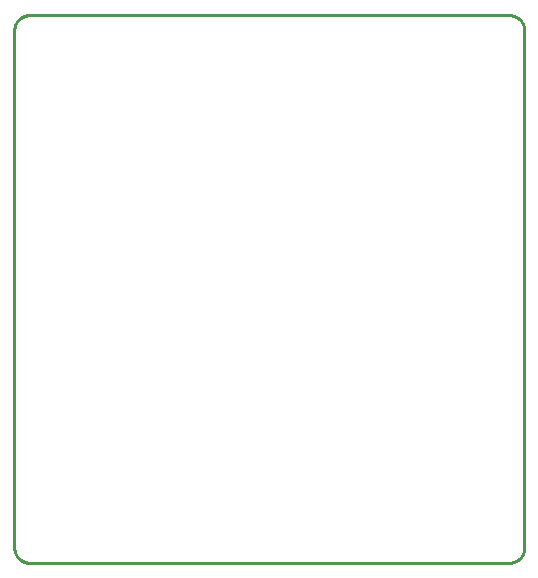
<source format=gbp>
G75*
%MOIN*%
%OFA0B0*%
%FSLAX25Y25*%
%IPPOS*%
%LPD*%
%AMOC8*
5,1,8,0,0,1.08239X$1,22.5*
%
%ADD10C,0.01000*%
D10*
X0008238Y0006500D02*
X0008238Y0179000D01*
X0008240Y0179140D01*
X0008246Y0179280D01*
X0008256Y0179420D01*
X0008269Y0179560D01*
X0008287Y0179699D01*
X0008309Y0179838D01*
X0008334Y0179975D01*
X0008363Y0180113D01*
X0008396Y0180249D01*
X0008433Y0180384D01*
X0008474Y0180518D01*
X0008519Y0180651D01*
X0008567Y0180783D01*
X0008619Y0180913D01*
X0008674Y0181042D01*
X0008733Y0181169D01*
X0008796Y0181295D01*
X0008862Y0181419D01*
X0008931Y0181540D01*
X0009004Y0181660D01*
X0009081Y0181778D01*
X0009160Y0181893D01*
X0009243Y0182007D01*
X0009329Y0182117D01*
X0009418Y0182226D01*
X0009510Y0182332D01*
X0009605Y0182435D01*
X0009702Y0182536D01*
X0009803Y0182633D01*
X0009906Y0182728D01*
X0010012Y0182820D01*
X0010121Y0182909D01*
X0010231Y0182995D01*
X0010345Y0183078D01*
X0010460Y0183157D01*
X0010578Y0183234D01*
X0010698Y0183307D01*
X0010819Y0183376D01*
X0010943Y0183442D01*
X0011069Y0183505D01*
X0011196Y0183564D01*
X0011325Y0183619D01*
X0011455Y0183671D01*
X0011587Y0183719D01*
X0011720Y0183764D01*
X0011854Y0183805D01*
X0011989Y0183842D01*
X0012125Y0183875D01*
X0012263Y0183904D01*
X0012400Y0183929D01*
X0012539Y0183951D01*
X0012678Y0183969D01*
X0012818Y0183982D01*
X0012958Y0183992D01*
X0013098Y0183998D01*
X0013238Y0184000D01*
X0173238Y0184000D01*
X0173378Y0183998D01*
X0173518Y0183992D01*
X0173658Y0183982D01*
X0173798Y0183969D01*
X0173937Y0183951D01*
X0174076Y0183929D01*
X0174213Y0183904D01*
X0174351Y0183875D01*
X0174487Y0183842D01*
X0174622Y0183805D01*
X0174756Y0183764D01*
X0174889Y0183719D01*
X0175021Y0183671D01*
X0175151Y0183619D01*
X0175280Y0183564D01*
X0175407Y0183505D01*
X0175533Y0183442D01*
X0175657Y0183376D01*
X0175778Y0183307D01*
X0175898Y0183234D01*
X0176016Y0183157D01*
X0176131Y0183078D01*
X0176245Y0182995D01*
X0176355Y0182909D01*
X0176464Y0182820D01*
X0176570Y0182728D01*
X0176673Y0182633D01*
X0176774Y0182536D01*
X0176871Y0182435D01*
X0176966Y0182332D01*
X0177058Y0182226D01*
X0177147Y0182117D01*
X0177233Y0182007D01*
X0177316Y0181893D01*
X0177395Y0181778D01*
X0177472Y0181660D01*
X0177545Y0181540D01*
X0177614Y0181419D01*
X0177680Y0181295D01*
X0177743Y0181169D01*
X0177802Y0181042D01*
X0177857Y0180913D01*
X0177909Y0180783D01*
X0177957Y0180651D01*
X0178002Y0180518D01*
X0178043Y0180384D01*
X0178080Y0180249D01*
X0178113Y0180113D01*
X0178142Y0179975D01*
X0178167Y0179838D01*
X0178189Y0179699D01*
X0178207Y0179560D01*
X0178220Y0179420D01*
X0178230Y0179280D01*
X0178236Y0179140D01*
X0178238Y0179000D01*
X0178238Y0006500D01*
X0178236Y0006360D01*
X0178230Y0006220D01*
X0178220Y0006080D01*
X0178207Y0005940D01*
X0178189Y0005801D01*
X0178167Y0005662D01*
X0178142Y0005525D01*
X0178113Y0005387D01*
X0178080Y0005251D01*
X0178043Y0005116D01*
X0178002Y0004982D01*
X0177957Y0004849D01*
X0177909Y0004717D01*
X0177857Y0004587D01*
X0177802Y0004458D01*
X0177743Y0004331D01*
X0177680Y0004205D01*
X0177614Y0004081D01*
X0177545Y0003960D01*
X0177472Y0003840D01*
X0177395Y0003722D01*
X0177316Y0003607D01*
X0177233Y0003493D01*
X0177147Y0003383D01*
X0177058Y0003274D01*
X0176966Y0003168D01*
X0176871Y0003065D01*
X0176774Y0002964D01*
X0176673Y0002867D01*
X0176570Y0002772D01*
X0176464Y0002680D01*
X0176355Y0002591D01*
X0176245Y0002505D01*
X0176131Y0002422D01*
X0176016Y0002343D01*
X0175898Y0002266D01*
X0175778Y0002193D01*
X0175657Y0002124D01*
X0175533Y0002058D01*
X0175407Y0001995D01*
X0175280Y0001936D01*
X0175151Y0001881D01*
X0175021Y0001829D01*
X0174889Y0001781D01*
X0174756Y0001736D01*
X0174622Y0001695D01*
X0174487Y0001658D01*
X0174351Y0001625D01*
X0174213Y0001596D01*
X0174076Y0001571D01*
X0173937Y0001549D01*
X0173798Y0001531D01*
X0173658Y0001518D01*
X0173518Y0001508D01*
X0173378Y0001502D01*
X0173238Y0001500D01*
X0013238Y0001500D01*
X0013098Y0001502D01*
X0012958Y0001508D01*
X0012818Y0001518D01*
X0012678Y0001531D01*
X0012539Y0001549D01*
X0012400Y0001571D01*
X0012263Y0001596D01*
X0012125Y0001625D01*
X0011989Y0001658D01*
X0011854Y0001695D01*
X0011720Y0001736D01*
X0011587Y0001781D01*
X0011455Y0001829D01*
X0011325Y0001881D01*
X0011196Y0001936D01*
X0011069Y0001995D01*
X0010943Y0002058D01*
X0010819Y0002124D01*
X0010698Y0002193D01*
X0010578Y0002266D01*
X0010460Y0002343D01*
X0010345Y0002422D01*
X0010231Y0002505D01*
X0010121Y0002591D01*
X0010012Y0002680D01*
X0009906Y0002772D01*
X0009803Y0002867D01*
X0009702Y0002964D01*
X0009605Y0003065D01*
X0009510Y0003168D01*
X0009418Y0003274D01*
X0009329Y0003383D01*
X0009243Y0003493D01*
X0009160Y0003607D01*
X0009081Y0003722D01*
X0009004Y0003840D01*
X0008931Y0003960D01*
X0008862Y0004081D01*
X0008796Y0004205D01*
X0008733Y0004331D01*
X0008674Y0004458D01*
X0008619Y0004587D01*
X0008567Y0004717D01*
X0008519Y0004849D01*
X0008474Y0004982D01*
X0008433Y0005116D01*
X0008396Y0005251D01*
X0008363Y0005387D01*
X0008334Y0005525D01*
X0008309Y0005662D01*
X0008287Y0005801D01*
X0008269Y0005940D01*
X0008256Y0006080D01*
X0008246Y0006220D01*
X0008240Y0006360D01*
X0008238Y0006500D01*
M02*

</source>
